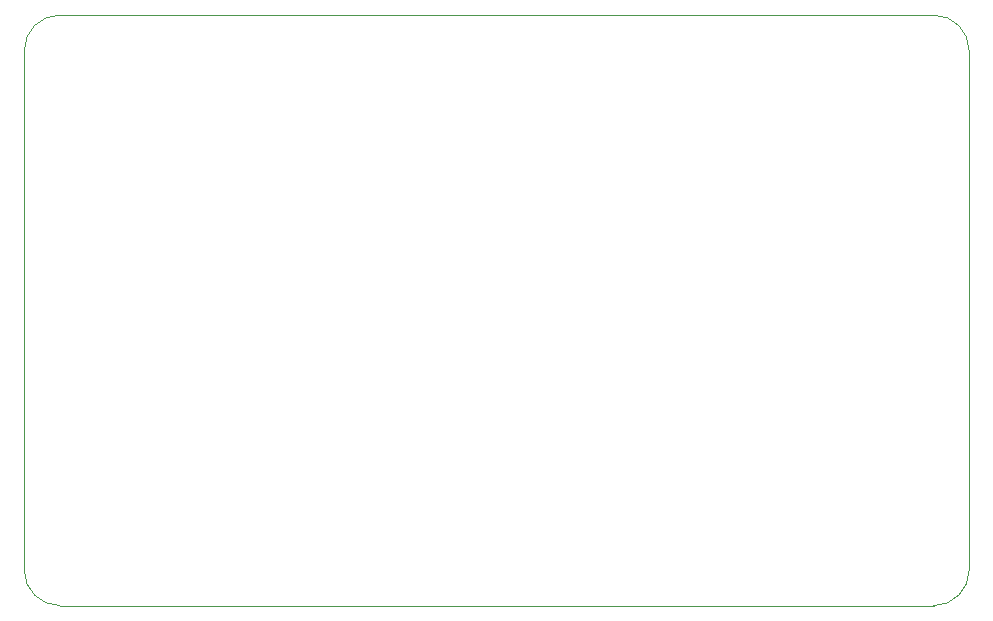
<source format=gm1>
G04 #@! TF.GenerationSoftware,KiCad,Pcbnew,8.0.4-8.0.4-0~ubuntu22.04.1*
G04 #@! TF.CreationDate,2024-08-15T16:32:52-07:00*
G04 #@! TF.ProjectId,harp_lick_detector_capactive,68617270-5f6c-4696-936b-5f6465746563,rev?*
G04 #@! TF.SameCoordinates,PX640a5a0PY7088980*
G04 #@! TF.FileFunction,Profile,NP*
%FSLAX46Y46*%
G04 Gerber Fmt 4.6, Leading zero omitted, Abs format (unit mm)*
G04 Created by KiCad (PCBNEW 8.0.4-8.0.4-0~ubuntu22.04.1) date 2024-08-15 16:32:52*
%MOMM*%
%LPD*%
G01*
G04 APERTURE LIST*
G04 #@! TA.AperFunction,Profile*
%ADD10C,0.100000*%
G04 #@! TD*
G04 APERTURE END LIST*
D10*
X80000000Y3000000D02*
X80000000Y47000000D01*
X0Y47000000D02*
G75*
G02*
X3000000Y50000000I3000000J0D01*
G01*
X3000000Y0D02*
G75*
G02*
X0Y3000000I0J3000000D01*
G01*
X3000000Y0D02*
X77000000Y0D01*
X80000000Y3000000D02*
G75*
G02*
X77000000Y0I-3000000J0D01*
G01*
X77000000Y50000000D02*
X3000000Y50000000D01*
X77000000Y50000000D02*
G75*
G02*
X80000000Y47000000I0J-3000000D01*
G01*
X0Y47000000D02*
X0Y3000000D01*
M02*

</source>
